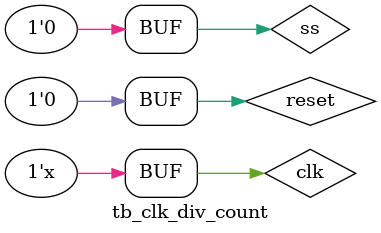
<source format=v>
`timescale 1ns / 1ps


module tb_clk_div_count;        
        
    reg clk = 0;
    reg ss = 0;
    reg reset = 0;
    wire ss_toggle;
    wire slow_clk;
    
    ss_toggle ut (clk, ss, ss_toggle);
    
    
    clk_div_count ut2(clk, slow_clk);
    
    
    initial begin
    
    ss = 0;
    
    #100;
    
    ss = 1;
    
    #200
    
    ss = 0;
    
    #100;
    
    ss = 1;
    
    #100;
    
    ss = 0;
    
    end
    
    always
    #5 clk = ~clk;
    
endmodule

</source>
